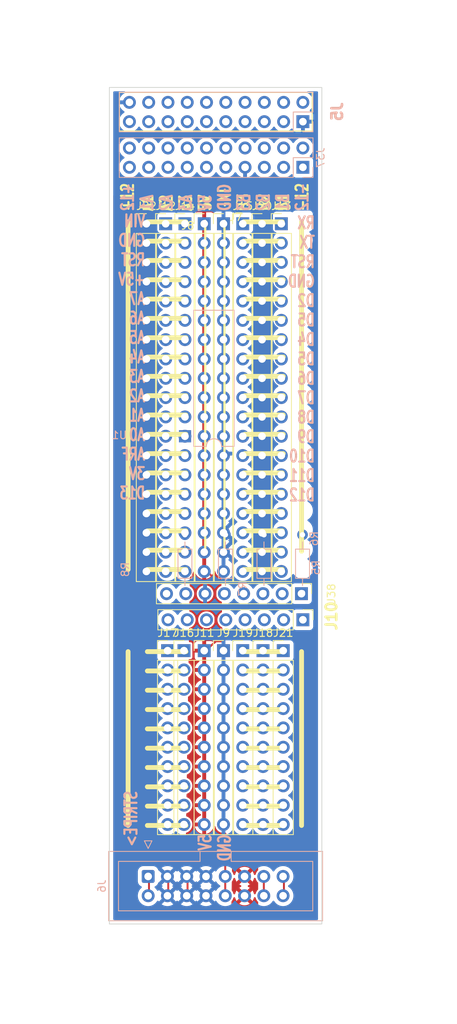
<source format=kicad_pcb>
(kicad_pcb (version 20211014) (generator pcbnew)
  (title_block (title "SYNTH-MIXER6-01") (date "2022-09-30") (rev "1") (company "LAND BOARDS, LLC"))
  (layers (0 "F.Cu" signal) (31 "B.Cu" signal) (34 "B.Paste" user) (35 "F.Paste" user) (36 "B.SilkS" user "B.Silkscreen") (37 "F.SilkS" user "F.Silkscreen") (38 "B.Mask" user) (39 "F.Mask" user) (44 "Edge.Cuts" user))
  (net 0 "")
  (net 5 "/POT4-2")
  (net 7 "/POT2-1")
  (net 8 "/POT2-2")
  (net 9 "/POT2-3")
  (net 10 "/POT1-1")
  (net 11 "/POT1-3")
  (net 12 "/J1-S_X")
  (net 14 "/POT3-2")
  (net 16 "+12V")
  (net 17 "+5V")
  (net 18 "/CV")
  (net 19 "/GATE")
  (net 20 "-12V")
  (net 21 "/POT4W")
  (net 22 "/POT1-2")
  (net 23 "/POT2W")
  (net 24 "Net-(J37-Pad10)")
  (net 26 "/J4-T")
  (net 27 "/J2-T")
  (net 28 "/J3-T")
  (net 29 "GND")
  (net 31 "/J1-T")
  (net 32 "/POT3W")
  (net 33 "/POT1W")
  (net 201 "/J4-T_X")
  (net 202 "/J2-T_X")
  (net 203 "/J3-T_X")
  (net 204 "/J1-T_X")
  (net 206 "/L5V")
  (net 212 "Net-(R5-Pad1)")
  (net 213 "Net-(R6-Pad1)")
  (net 214 "Net-(R7-Pad1)")
  (net 215 "Net-(R8-Pad1)")
  (footprint "Connector_PinHeader_2.54mm:PinHeader_1x19_P2.54mm_Vertical" (layer "F.Cu") (at 118.618 26.924)
    (fp_text reference "J20" (at 0 -2.33) (layer "F.SilkS"))
    (fp_text value "Conn_01x19")
    (pad "1" thru_hole rect (at 0 0) (size 1.7 1.7) (drill 1) (layers *.Cu *.Mask))
    (pad "2" thru_hole oval (at 0 2.54) (size 1.7 1.7) (drill 1) (layers *.Cu *.Mask))
    (pad "3" thru_hole oval (at 0 5.08) (size 1.7 1.7) (drill 1) (layers *.Cu *.Mask))
    (pad "4" thru_hole oval (at 0 7.62) (size 1.7 1.7) (drill 1) (layers *.Cu *.Mask))
    (pad "5" thru_hole oval (at 0 10.16) (size 1.7 1.7) (drill 1) (layers *.Cu *.Mask))
    (pad "6" thru_hole oval (at 0 12.7) (size 1.7 1.7) (drill 1) (layers *.Cu *.Mask))
    (pad "7" thru_hole oval (at 0 15.24) (size 1.7 1.7) (drill 1) (layers *.Cu *.Mask))
    (pad "8" thru_hole oval (at 0 17.78) (size 1.7 1.7) (drill 1) (layers *.Cu *.Mask))
    (pad "9" thru_hole oval (at 0 20.32) (size 1.7 1.7) (drill 1) (layers *.Cu *.Mask))
    (pad "10" thru_hole oval (at 0 22.86) (size 1.7 1.7) (drill 1) (layers *.Cu *.Mask))
    (pad "11" thru_hole oval (at 0 25.4) (size 1.7 1.7) (drill 1) (layers *.Cu *.Mask))
    (pad "12" thru_hole oval (at 0 27.94) (size 1.7 1.7) (drill 1) (layers *.Cu *.Mask))
    (pad "13" thru_hole oval (at 0 30.48) (size 1.7 1.7) (drill 1) (layers *.Cu *.Mask))
    (pad "14" thru_hole oval (at 0 33.02) (size 1.7 1.7) (drill 1) (layers *.Cu *.Mask))
    (pad "15" thru_hole oval (at 0 35.56) (size 1.7 1.7) (drill 1) (layers *.Cu *.Mask))
    (pad "16" thru_hole oval (at 0 38.1) (size 1.7 1.7) (drill 1) (layers *.Cu *.Mask))
    (pad "17" thru_hole oval (at 0 40.64) (size 1.7 1.7) (drill 1) (layers *.Cu *.Mask))
    (pad "18" thru_hole oval (at 0 43.18) (size 1.7 1.7) (drill 1) (layers *.Cu *.Mask))
    (pad "19" thru_hole oval (at 0 45.72) (size 1.7 1.7) (drill 1) (layers *.Cu *.Mask))
  )
  (footprint "Connector_PinHeader_2.54mm:PinHeader_1x10_P2.54mm_Vertical" (layer "F.Cu") (at 116.078 83.058)
    (fp_text reference "J19" (at 0 -2.33) (layer "F.SilkS"))
    (fp_text value "Conn_01x10")
    (pad "1" thru_hole rect (at 0 0) (size 1.7 1.7) (drill 1) (layers *.Cu *.Mask))
    (pad "2" thru_hole oval (at 0 2.54) (size 1.7 1.7) (drill 1) (layers *.Cu *.Mask))
    (pad "3" thru_hole oval (at 0 5.08) (size 1.7 1.7) (drill 1) (layers *.Cu *.Mask))
    (pad "4" thru_hole oval (at 0 7.62) (size 1.7 1.7) (drill 1) (layers *.Cu *.Mask))
    (pad "5" thru_hole oval (at 0 10.16) (size 1.7 1.7) (drill 1) (layers *.Cu *.Mask))
    (pad "6" thru_hole oval (at 0 12.7) (size 1.7 1.7) (drill 1) (layers *.Cu *.Mask))
    (pad "7" thru_hole oval (at 0 15.24) (size 1.7 1.7) (drill 1) (layers *.Cu *.Mask))
    (pad "8" thru_hole oval (at 0 17.78) (size 1.7 1.7) (drill 1) (layers *.Cu *.Mask))
    (pad "9" thru_hole oval (at 0 20.32) (size 1.7 1.7) (drill 1) (layers *.Cu *.Mask))
    (pad "10" thru_hole oval (at 0 22.86) (size 1.7 1.7) (drill 1) (layers *.Cu *.Mask))
  )
  (footprint "Connector_PinHeader_2.54mm:PinHeader_1x10_P2.54mm_Vertical" (layer "F.Cu") (at 110.998 83.058)
    (fp_text reference "J11" (at 0 -2.33) (layer "F.SilkS"))
    (fp_text value "Conn_01x10")
    (pad "1" thru_hole rect (at 0 0) (size 1.7 1.7) (drill 1) (layers *.Cu *.Mask) (net 17 "+5V"))
    (pad "2" thru_hole oval (at 0 2.54) (size 1.7 1.7) (drill 1) (layers *.Cu *.Mask) (net 17 "+5V"))
    (pad "3" thru_hole oval (at 0 5.08) (size 1.7 1.7) (drill 1) (layers *.Cu *.Mask) (net 17 "+5V"))
    (pad "4" thru_hole oval (at 0 7.62) (size 1.7 1.7) (drill 1) (layers *.Cu *.Mask) (net 17 "+5V"))
    (pad "5" thru_hole oval (at 0 10.16) (size 1.7 1.7) (drill 1) (layers *.Cu *.Mask) (net 17 "+5V"))
    (pad "6" thru_hole oval (at 0 12.7) (size 1.7 1.7) (drill 1) (layers *.Cu *.Mask) (net 17 "+5V"))
    (pad "7" thru_hole oval (at 0 15.24) (size 1.7 1.7) (drill 1) (layers *.Cu *.Mask) (net 17 "+5V"))
    (pad "8" thru_hole oval (at 0 17.78) (size 1.7 1.7) (drill 1) (layers *.Cu *.Mask) (net 17 "+5V"))
    (pad "9" thru_hole oval (at 0 20.32) (size 1.7 1.7) (drill 1) (layers *.Cu *.Mask) (net 17 "+5V"))
    (pad "10" thru_hole oval (at 0 22.86) (size 1.7 1.7) (drill 1) (layers *.Cu *.Mask) (net 17 "+5V"))
  )
  (footprint "Connector_PinHeader_2.54mm:PinHeader_1x10_P2.54mm_Vertical" (layer "F.Cu") (at 108.331 83.058)
    (fp_text reference "J16" (at 0 -2.33) (layer "F.SilkS"))
    (fp_text value "Conn_01x10")
    (pad "1" thru_hole rect (at 0 0) (size 1.7 1.7) (drill 1) (layers *.Cu *.Mask))
    (pad "2" thru_hole oval (at 0 2.54) (size 1.7 1.7) (drill 1) (layers *.Cu *.Mask))
    (pad "3" thru_hole oval (at 0 5.08) (size 1.7 1.7) (drill 1) (layers *.Cu *.Mask))
    (pad "4" thru_hole oval (at 0 7.62) (size 1.7 1.7) (drill 1) (layers *.Cu *.Mask))
    (pad "5" thru_hole oval (at 0 10.16) (size 1.7 1.7) (drill 1) (layers *.Cu *.Mask))
    (pad "6" thru_hole oval (at 0 12.7) (size 1.7 1.7) (drill 1) (layers *.Cu *.Mask))
    (pad "7" thru_hole oval (at 0 15.24) (size 1.7 1.7) (drill 1) (layers *.Cu *.Mask))
    (pad "8" thru_hole oval (at 0 17.78) (size 1.7 1.7) (drill 1) (layers *.Cu *.Mask))
    (pad "9" thru_hole oval (at 0 20.32) (size 1.7 1.7) (drill 1) (layers *.Cu *.Mask))
    (pad "10" thru_hole oval (at 0 22.86) (size 1.7 1.7) (drill 1) (layers *.Cu *.Mask))
  )
  (footprint "Connector_PinHeader_2.54mm:PinHeader_1x19_P2.54mm_Vertical" (layer "F.Cu") (at 105.918 26.924)
    (fp_text reference "J12" (at 0 -2.33) (layer "F.SilkS"))
    (fp_text value "Conn_01x19")
    (pad "1" thru_hole rect (at 0 0) (size 1.7 1.7) (drill 1) (layers *.Cu *.Mask))
    (pad "2" thru_hole oval (at 0 2.54) (size 1.7 1.7) (drill 1) (layers *.Cu *.Mask))
    (pad "3" thru_hole oval (at 0 5.08) (size 1.7 1.7) (drill 1) (layers *.Cu *.Mask))
    (pad "4" thru_hole oval (at 0 7.62) (size 1.7 1.7) (drill 1) (layers *.Cu *.Mask))
    (pad "5" thru_hole oval (at 0 10.16) (size 1.7 1.7) (drill 1) (layers *.Cu *.Mask))
    (pad "6" thru_hole oval (at 0 12.7) (size 1.7 1.7) (drill 1) (layers *.Cu *.Mask))
    (pad "7" thru_hole oval (at 0 15.24) (size 1.7 1.7) (drill 1) (layers *.Cu *.Mask))
    (pad "8" thru_hole oval (at 0 17.78) (size 1.7 1.7) (drill 1) (layers *.Cu *.Mask))
    (pad "9" thru_hole oval (at 0 20.32) (size 1.7 1.7) (drill 1) (layers *.Cu *.Mask))
    (pad "10" thru_hole oval (at 0 22.86) (size 1.7 1.7) (drill 1) (layers *.Cu *.Mask))
    (pad "11" thru_hole oval (at 0 25.4) (size 1.7 1.7) (drill 1) (layers *.Cu *.Mask))
    (pad "12" thru_hole oval (at 0 27.94) (size 1.7 1.7) (drill 1) (layers *.Cu *.Mask))
    (pad "13" thru_hole oval (at 0 30.48) (size 1.7 1.7) (drill 1) (layers *.Cu *.Mask))
    (pad "14" thru_hole oval (at 0 33.02) (size 1.7 1.7) (drill 1) (layers *.Cu *.Mask))
    (pad "15" thru_hole oval (at 0 35.56) (size 1.7 1.7) (drill 1) (layers *.Cu *.Mask))
    (pad "16" thru_hole oval (at 0 38.1) (size 1.7 1.7) (drill 1) (layers *.Cu *.Mask))
    (pad "17" thru_hole oval (at 0 40.64) (size 1.7 1.7) (drill 1) (layers *.Cu *.Mask))
    (pad "18" thru_hole oval (at 0 43.18) (size 1.7 1.7) (drill 1) (layers *.Cu *.Mask))
    (pad "19" thru_hole oval (at 0 45.72) (size 1.7 1.7) (drill 1) (layers *.Cu *.Mask))
  )
  (footprint "Connector_PinHeader_2.54mm:PinHeader_1x19_P2.54mm_Vertical" (layer "F.Cu") (at 121.158 26.924)
    (fp_text reference "J13" (at 0 -2.33) (layer "F.SilkS"))
    (fp_text value "Conn_01x19")
    (pad "1" thru_hole rect (at 0 0) (size 1.7 1.7) (drill 1) (layers *.Cu *.Mask))
    (pad "2" thru_hole oval (at 0 2.54) (size 1.7 1.7) (drill 1) (layers *.Cu *.Mask))
    (pad "3" thru_hole oval (at 0 5.08) (size 1.7 1.7) (drill 1) (layers *.Cu *.Mask))
    (pad "4" thru_hole oval (at 0 7.62) (size 1.7 1.7) (drill 1) (layers *.Cu *.Mask))
    (pad "5" thru_hole oval (at 0 10.16) (size 1.7 1.7) (drill 1) (layers *.Cu *.Mask))
    (pad "6" thru_hole oval (at 0 12.7) (size 1.7 1.7) (drill 1) (layers *.Cu *.Mask))
    (pad "7" thru_hole oval (at 0 15.24) (size 1.7 1.7) (drill 1) (layers *.Cu *.Mask))
    (pad "8" thru_hole oval (at 0 17.78) (size 1.7 1.7) (drill 1) (layers *.Cu *.Mask))
    (pad "9" thru_hole oval (at 0 20.32) (size 1.7 1.7) (drill 1) (layers *.Cu *.Mask))
    (pad "10" thru_hole oval (at 0 22.86) (size 1.7 1.7) (drill 1) (layers *.Cu *.Mask))
    (pad "11" thru_hole oval (at 0 25.4) (size 1.7 1.7) (drill 1) (layers *.Cu *.Mask))
    (pad "12" thru_hole oval (at 0 27.94) (size 1.7 1.7) (drill 1) (layers *.Cu *.Mask))
    (pad "13" thru_hole oval (at 0 30.48) (size 1.7 1.7) (drill 1) (layers *.Cu *.Mask))
    (pad "14" thru_hole oval (at 0 33.02) (size 1.7 1.7) (drill 1) (layers *.Cu *.Mask))
    (pad "15" thru_hole oval (at 0 35.56) (size 1.7 1.7) (drill 1) (layers *.Cu *.Mask))
    (pad "16" thru_hole oval (at 0 38.1) (size 1.7 1.7) (drill 1) (layers *.Cu *.Mask))
    (pad "17" thru_hole oval (at 0 40.64) (size 1.7 1.7) (drill 1) (layers *.Cu *.Mask))
    (pad "18" thru_hole oval (at 0 43.18) (size 1.7 1.7) (drill 1) (layers *.Cu *.Mask))
    (pad "19" thru_hole oval (at 0 45.72) (size 1.7 1.7) (drill 1) (layers *.Cu *.Mask))
  )
  (footprint "Connector_PinHeader_2.54mm:PinHeader_1x19_P2.54mm_Vertical" (layer "F.Cu") (at 110.998 26.924)
    (fp_text reference "J8" (at -2.159 0.254) (layer "F.SilkS"))
    (fp_text value "Conn_01x19")
    (pad "1" thru_hole rect (at 0 0) (size 1.7 1.7) (drill 1) (layers *.Cu *.Mask) (net 17 "+5V"))
    (pad "2" thru_hole oval (at 0 2.54) (size 1.7 1.7) (drill 1) (layers *.Cu *.Mask) (net 17 "+5V"))
    (pad "3" thru_hole oval (at 0 5.08) (size 1.7 1.7) (drill 1) (layers *.Cu *.Mask) (net 17 "+5V"))
    (pad "4" thru_hole oval (at 0 7.62) (size 1.7 1.7) (drill 1) (layers *.Cu *.Mask) (net 17 "+5V"))
    (pad "5" thru_hole oval (at 0 10.16) (size 1.7 1.7) (drill 1) (layers *.Cu *.Mask) (net 17 "+5V"))
    (pad "6" thru_hole oval (at 0 12.7) (size 1.7 1.7) (drill 1) (layers *.Cu *.Mask) (net 17 "+5V"))
    (pad "7" thru_hole oval (at 0 15.24) (size 1.7 1.7) (drill 1) (layers *.Cu *.Mask) (net 17 "+5V"))
    (pad "8" thru_hole oval (at 0 17.78) (size 1.7 1.7) (drill 1) (layers *.Cu *.Mask) (net 17 "+5V"))
    (pad "9" thru_hole oval (at 0 20.32) (size 1.7 1.7) (drill 1) (layers *.Cu *.Mask) (net 17 "+5V"))
    (pad "10" thru_hole oval (at 0 22.86) (size 1.7 1.7) (drill 1) (layers *.Cu *.Mask) (net 17 "+5V"))
    (pad "11" thru_hole oval (at 0 25.4) (size 1.7 1.7) (drill 1) (layers *.Cu *.Mask) (net 17 "+5V"))
    (pad "12" thru_hole oval (at 0 27.94) (size 1.7 1.7) (drill 1) (layers *.Cu *.Mask) (net 17 "+5V"))
    (pad "13" thru_hole oval (at 0 30.48) (size 1.7 1.7) (drill 1) (layers *.Cu *.Mask) (net 17 "+5V"))
    (pad "14" thru_hole oval (at 0 33.02) (size 1.7 1.7) (drill 1) (layers *.Cu *.Mask) (net 17 "+5V"))
    (pad "15" thru_hole oval (at 0 35.56) (size 1.7 1.7) (drill 1) (layers *.Cu *.Mask) (net 17 "+5V"))
    (pad "16" thru_hole oval (at 0 38.1) (size 1.7 1.7) (drill 1) (layers *.Cu *.Mask) (net 17 "+5V"))
    (pad "17" thru_hole oval (at 0 40.64) (size 1.7 1.7) (drill 1) (layers *.Cu *.Mask) (net 17 "+5V"))
    (pad "18" thru_hole oval (at 0 43.18) (size 1.7 1.7) (drill 1) (layers *.Cu *.Mask) (net 17 "+5V"))
    (pad "19" thru_hole oval (at 0 45.72) (size 1.7 1.7) (drill 1) (layers *.Cu *.Mask) (net 17 "+5V"))
  )
  (footprint "Connector_PinHeader_2.54mm:PinHeader_1x19_P2.54mm_Vertical" (layer "F.Cu") (at 108.458 26.924)
    (fp_text reference "J14" (at 0 -2.33) (layer "F.SilkS"))
    (fp_text value "Conn_01x19")
    (pad "1" thru_hole rect (at 0 0) (size 1.7 1.7) (drill 1) (layers *.Cu *.Mask))
    (pad "2" thru_hole oval (at 0 2.54) (size 1.7 1.7) (drill 1) (layers *.Cu *.Mask))
    (pad "3" thru_hole oval (at 0 5.08) (size 1.7 1.7) (drill 1) (layers *.Cu *.Mask))
    (pad "4" thru_hole oval (at 0 7.62) (size 1.7 1.7) (drill 1) (layers *.Cu *.Mask))
    (pad "5" thru_hole oval (at 0 10.16) (size 1.7 1.7) (drill 1) (layers *.Cu *.Mask))
    (pad "6" thru_hole oval (at 0 12.7) (size 1.7 1.7) (drill 1) (layers *.Cu *.Mask))
    (pad "7" thru_hole oval (at 0 15.24) (size 1.7 1.7) (drill 1) (layers *.Cu *.Mask))
    (pad "8" thru_hole oval (at 0 17.78) (size 1.7 1.7) (drill 1) (layers *.Cu *.Mask))
    (pad "9" thru_hole oval (at 0 20.32) (size 1.7 1.7) (drill 1) (layers *.Cu *.Mask))
    (pad "10" thru_hole oval (at 0 22.86) (size 1.7 1.7) (drill 1) (layers *.Cu *.Mask))
    (pad "11" thru_hole oval (at 0 25.4) (size 1.7 1.7) (drill 1) (layers *.Cu *.Mask))
    (pad "12" thru_hole oval (at 0 27.94) (size 1.7 1.7) (drill 1) (layers *.Cu *.Mask))
    (pad "13" thru_hole oval (at 0 30.48) (size 1.7 1.7) (drill 1) (layers *.Cu *.Mask))
    (pad "14" thru_hole oval (at 0 33.02) (size 1.7 1.7) (drill 1) (layers *.Cu *.Mask))
    (pad "15" thru_hole oval (at 0 35.56) (size 1.7 1.7) (drill 1) (layers *.Cu *.Mask))
    (pad "16" thru_hole oval (at 0 38.1) (size 1.7 1.7) (drill 1) (layers *.Cu *.Mask))
    (pad "17" thru_hole oval (at 0 40.64) (size 1.7 1.7) (drill 1) (layers *.Cu *.Mask))
    (pad "18" thru_hole oval (at 0 43.18) (size 1.7 1.7) (drill 1) (layers *.Cu *.Mask))
    (pad "19" thru_hole oval (at 0 45.72) (size 1.7 1.7) (drill 1) (layers *.Cu *.Mask))
  )
  (footprint "Connector_PinHeader_2.54mm:PinHeader_1x08_P2.54mm_Vertical" (layer "F.Cu") (at 123.81 75.565 -90)
    (fp_text reference "J38" (at 0 -3.952 90) (layer "F.SilkS"))
    (fp_text value "PROTO01_JACKS")
    (pad "1" thru_hole rect (at 0 0 270) (size 1.7 1.7) (drill 1) (layers *.Cu *.Mask) (net 31 "/J1-T"))
    (pad "2" thru_hole oval (at 0 2.54 270) (size 1.7 1.7) (drill 1) (layers *.Cu *.Mask))
    (pad "3" thru_hole oval (at 0 5.08 270) (size 1.7 1.7) (drill 1) (layers *.Cu *.Mask) (net 28 "/J3-T"))
    (pad "4" thru_hole oval (at 0 7.62 270) (size 1.7 1.7) (drill 1) (layers *.Cu *.Mask))
    (pad "5" thru_hole oval (at 0 10.16 270) (size 1.7 1.7) (drill 1) (layers *.Cu *.Mask) (net 27 "/J2-T"))
    (pad "6" thru_hole oval (at 0 12.7 270) (size 1.7 1.7) (drill 1) (layers *.Cu *.Mask) (net 29 "GND"))
    (pad "7" thru_hole oval (at 0 15.24 270) (size 1.7 1.7) (drill 1) (layers *.Cu *.Mask) (net 26 "/J4-T"))
    (pad "8" thru_hole oval (at 0 17.78 270) (size 1.7 1.7) (drill 1) (layers *.Cu *.Mask))
  )
  (footprint "Connector_PinHeader_2.54mm:PinHeader_1x19_P2.54mm_Vertical" (layer "F.Cu") (at 113.538 26.924)
    (fp_text reference "J7" (at 1.651 -0.889) (layer "F.SilkS"))
    (fp_text value "Conn_01x19")
    (pad "1" thru_hole rect (at 0 0) (size 1.7 1.7) (drill 1) (layers *.Cu *.Mask) (net 29 "GND"))
    (pad "2" thru_hole oval (at 0 2.54) (size 1.7 1.7) (drill 1) (layers *.Cu *.Mask) (net 29 "GND"))
    (pad "3" thru_hole oval (at 0 5.08) (size 1.7 1.7) (drill 1) (layers *.Cu *.Mask) (net 29 "GND"))
    (pad "4" thru_hole oval (at 0 7.62) (size 1.7 1.7) (drill 1) (layers *.Cu *.Mask) (net 29 "GND"))
    (pad "5" thru_hole oval (at 0 10.16) (size 1.7 1.7) (drill 1) (layers *.Cu *.Mask) (net 29 "GND"))
    (pad "6" thru_hole oval (at 0 12.7) (size 1.7 1.7) (drill 1) (layers *.Cu *.Mask) (net 29 "GND"))
    (pad "7" thru_hole oval (at 0 15.24) (size 1.7 1.7) (drill 1) (layers *.Cu *.Mask) (net 29 "GND"))
    (pad "8" thru_hole oval (at 0 17.78) (size 1.7 1.7) (drill 1) (layers *.Cu *.Mask) (net 29 "GND"))
    (pad "9" thru_hole oval (at 0 20.32) (size 1.7 1.7) (drill 1) (layers *.Cu *.Mask) (net 29 "GND"))
    (pad "10" thru_hole oval (at 0 22.86) (size 1.7 1.7) (drill 1) (layers *.Cu *.Mask) (net 29 "GND"))
    (pad "11" thru_hole oval (at 0 25.4) (size 1.7 1.7) (drill 1) (layers *.Cu *.Mask) (net 29 "GND"))
    (pad "12" thru_hole oval (at 0 27.94) (size 1.7 1.7) (drill 1) (layers *.Cu *.Mask) (net 29 "GND"))
    (pad "13" thru_hole oval (at 0 30.48) (size 1.7 1.7) (drill 1) (layers *.Cu *.Mask) (net 29 "GND"))
    (pad "14" thru_hole oval (at 0 33.02) (size 1.7 1.7) (drill 1) (layers *.Cu *.Mask) (net 29 "GND"))
    (pad "15" thru_hole oval (at 0 35.56) (size 1.7 1.7) (drill 1) (layers *.Cu *.Mask) (net 29 "GND"))
    (pad "16" thru_hole oval (at 0 38.1) (size 1.7 1.7) (drill 1) (layers *.Cu *.Mask) (net 29 "GND"))
    (pad "17" thru_hole oval (at 0 40.64) (size 1.7 1.7) (drill 1) (layers *.Cu *.Mask) (net 29 "GND"))
    (pad "18" thru_hole oval (at 0 43.18) (size 1.7 1.7) (drill 1) (layers *.Cu *.Mask) (net 29 "GND"))
    (pad "19" thru_hole oval (at 0 45.72) (size 1.7 1.7) (drill 1) (layers *.Cu *.Mask) (net 29 "GND"))
  )
  (footprint "Connector_PinHeader_2.54mm:PinHeader_1x10_P2.54mm_Vertical" (layer "F.Cu") (at 121.412 83.058)
    (fp_text reference "J21" (at 0 -2.33) (layer "F.SilkS"))
    (fp_text value "Conn_01x10")
    (pad "1" thru_hole rect (at 0 0) (size 1.7 1.7) (drill 1) (layers *.Cu *.Mask))
    (pad "2" thru_hole oval (at 0 2.54) (size 1.7 1.7) (drill 1) (layers *.Cu *.Mask))
    (pad "3" thru_hole oval (at 0 5.08) (size 1.7 1.7) (drill 1) (layers *.Cu *.Mask))
    (pad "4" thru_hole oval (at 0 7.62) (size 1.7 1.7) (drill 1) (layers *.Cu *.Mask))
    (pad "5" thru_hole oval (at 0 10.16) (size 1.7 1.7) (drill 1) (layers *.Cu *.Mask))
    (pad "6" thru_hole oval (at 0 12.7) (size 1.7 1.7) (drill 1) (layers *.Cu *.Mask))
    (pad "7" thru_hole oval (at 0 15.24) (size 1.7 1.7) (drill 1) (layers *.Cu *.Mask))
    (pad "8" thru_hole oval (at 0 17.78) (size 1.7 1.7) (drill 1) (layers *.Cu *.Mask))
    (pad "9" thru_hole oval (at 0 20.32) (size 1.7 1.7) (drill 1) (layers *.Cu *.Mask))
    (pad "10" thru_hole oval (at 0 22.86) (size 1.7 1.7) (drill 1) (layers *.Cu *.Mask))
  )
  (footprint "Connector_PinHeader_2.54mm:PinHeader_1x08_P2.54mm_Vertical" (layer "F.Cu") (at 124 79 -90)
    (fp_text reference "J10" (at -0.514 -3.762 90) (layer "F.SilkS") (effects (font (size 1.397 1.397) (thickness 0.4572))))
    (fp_text value "Conn_01x08")
    (pad "1" thru_hole rect (at 0 0 270) (size 1.7 1.7) (drill 1) (layers *.Cu *.Mask) (net 12 "/J1-S_X"))
    (pad "2" thru_hole oval (at 0 2.54 270) (size 1.7 1.7) (drill 1) (layers *.Cu *.Mask) (net 201 "/J4-T_X"))
    (pad "3" thru_hole oval (at 0 5.08 270) (size 1.7 1.7) (drill 1) (layers *.Cu *.Mask) (net 12 "/J1-S_X"))
    (pad "4" thru_hole oval (at 0 7.62 270) (size 1.7 1.7) (drill 1) (layers *.Cu *.Mask) (net 202 "/J2-T_X"))
    (pad "5" thru_hole oval (at 0 10.16 270) (size 1.7 1.7) (drill 1) (layers *.Cu *.Mask) (net 12 "/J1-S_X"))
    (pad "6" thru_hole oval (at 0 12.7 270) (size 1.7 1.7) (drill 1) (layers *.Cu *.Mask) (net 203 "/J3-T_X"))
    (pad "7" thru_hole oval (at 0 15.24 270) (size 1.7 1.7) (drill 1) (layers *.Cu *.Mask) (net 12 "/J1-S_X"))
    (pad "8" thru_hole oval (at 0 17.78 270) (size 1.7 1.7) (drill 1) (layers *.Cu *.Mask) (net 204 "/J1-T_X"))
  )
  (footprint "Connector_PinHeader_2.54mm:PinHeader_1x10_P2.54mm_Vertical" (layer "F.Cu") (at 113.538 83.058)
    (fp_text reference "J9" (at 0 -2.33) (layer "F.SilkS"))
    (fp_text value "Conn_01x10")
    (pad "1" thru_hole rect (at 0 0) (size 1.7 1.7) (drill 1) (layers *.Cu *.Mask) (net 29 "GND"))
    (pad "2" thru_hole oval (at 0 2.54) (size 1.7 1.7) (drill 1) (layers *.Cu *.Mask) (net 29 "GND"))
    (pad "3" thru_hole oval (at 0 5.08) (size 1.7 1.7) (drill 1) (layers *.Cu *.Mask) (net 29 "GND"))
    (pad "4" thru_hole oval (at 0 7.62) (size 1.7 1.7) (drill 1) (layers *.Cu *.Mask) (net 29 "GND"))
    (pad "5" thru_hole oval (at 0 10.16) (size 1.7 1.7) (drill 1) (layers *.Cu *.Mask) (net 29 "GND"))
    (pad "6" thru_hole oval (at 0 12.7) (size 1.7 1.7) (drill 1) (layers *.Cu *.Mask) (net 29 "GND"))
    (pad "7" thru_hole oval (at 0 15.24) (size 1.7 1.7) (drill 1) (layers *.Cu *.Mask) (net 29 "GND"))
    (pad "8" thru_hole oval (at 0 17.78) (size 1.7 1.7) (drill 1) (layers *.Cu *.Mask) (net 29 "GND"))
    (pad "9" thru_hole oval (at 0 20.32) (size 1.7 1.7) (drill 1) (layers *.Cu *.Mask) (net 29 "GND"))
    (pad "10" thru_hole oval (at 0 22.86) (size 1.7 1.7) (drill 1) (layers *.Cu *.Mask) (net 29 "GND"))
  )
  (footprint "Connector_PinHeader_2.54mm:PinHeader_1x19_P2.54mm_Vertical" (layer "F.Cu") (at 116.078 26.924)
    (fp_text reference "J15" (at 0 -2.33) (layer "F.SilkS"))
    (fp_text value "Conn_01x19")
    (pad "1" thru_hole rect (at 0 0) (size 1.7 1.7) (drill 1) (layers *.Cu *.Mask))
    (pad "2" thru_hole oval (at 0 2.54) (size 1.7 1.7) (drill 1) (layers *.Cu *.Mask))
    (pad "3" thru_hole oval (at 0 5.08) (size 1.7 1.7) (drill 1) (layers *.Cu *.Mask))
    (pad "4" thru_hole oval (at 0 7.62) (size 1.7 1.7) (drill 1) (layers *.Cu *.Mask))
    (pad "5" thru_hole oval (at 0 10.16) (size 1.7 1.7) (drill 1) (layers *.Cu *.Mask))
    (pad "6" thru_hole oval (at 0 12.7) (size 1.7 1.7) (drill 1) (layers *.Cu *.Mask))
    (pad "7" thru_hole oval (at 0 15.24) (size 1.7 1.7) (drill 1) (layers *.Cu *.Mask))
    (pad "8" thru_hole oval (at 0 17.78) (size 1.7 1.7) (drill 1) (layers *.Cu *.Mask))
    (pad "9" thru_hole oval (at 0 20.32) (size 1.7 1.7) (drill 1) (layers *.Cu *.Mask))
    (pad "10" thru_hole oval (at 0 22.86) (size 1.7 1.7) (drill 1) (layers *.Cu *.Mask))
    (pad "11" thru_hole oval (at 0 25.4) (size 1.7 1.7) (drill 1) (layers *.Cu *.Mask))
    (pad "12" thru_hole oval (at 0 27.94) (size 1.7 1.7) (drill 1) (layers *.Cu *.Mask))
    (pad "13" thru_hole oval (at 0 30.48) (size 1.7 1.7) (drill 1) (layers *.Cu *.Mask))
    (pad "14" thru_hole oval (at 0 33.02) (size 1.7 1.7) (drill 1) (layers *.Cu *.Mask))
    (pad "15" thru_hole oval (at 0 35.56) (size 1.7 1.7) (drill 1) (layers *.Cu *.Mask))
    (pad "16" thru_hole oval (at 0 38.1) (size 1.7 1.7) (drill 1) (layers *.Cu *.Mask))
    (pad "17" thru_hole oval (at 0 40.64) (size 1.7 1.7) (drill 1) (layers *.Cu *.Mask))
    (pad "18" thru_hole oval (at 0 43.18) (size 1.7 1.7) (drill 1) (layers *.Cu *.Mask))
    (pad "19" thru_hole oval (at 0 45.72) (size 1.7 1.7) (drill 1) (layers *.Cu *.Mask))
  )
  (footprint "Connector_PinHeader_2.54mm:PinHeader_1x10_P2.54mm_Vertical" (layer "F.Cu") (at 118.745 83.058)
    (fp_text reference "J18" (at 0 -2.33) (layer "F.SilkS"))
    (fp_text value "Conn_01x10")
    (pad "1" thru_hole rect (at 0 0) (size 1.7 1.7) (drill 1) (layers *.Cu *.Mask))
    (pad "2" thru_hole oval (at 0 2.54) (size 1.7 1.7) (drill 1) (layers *.Cu *.Mask))
    (pad "3" thru_hole oval (at 0 5.08) (size 1.7 1.7) (drill 1) (layers *.Cu *.Mask))
    (pad "4" thru_hole oval (at 0 7.62) (size 1.7 1.7) (drill 1) (layers *.Cu *.Mask))
    (pad "5" thru_hole oval (at 0 10.16) (size 1.7 1.7) (drill 1) (layers *.Cu *.Mask))
    (pad "6" thru_hole oval (at 0 12.7) (size 1.7 1.7) (drill 1) (layers *.Cu *.Mask))
    (pad "7" thru_hole oval (at 0 15.24) (size 1.7 1.7) (drill 1) (layers *.Cu *.Mask))
    (pad "8" thru_hole oval (at 0 17.78) (size 1.7 1.7) (drill 1) (layers *.Cu *.Mask))
    (pad "9" thru_hole oval (at 0 20.32) (size 1.7 1.7) (drill 1) (layers *.Cu *.Mask))
    (pad "10" thru_hole oval (at 0 22.86) (size 1.7 1.7) (drill 1) (layers *.Cu *.Mask))
  )
  (footprint "Connector_PinHeader_2.54mm:PinHeader_1x10_P2.54mm_Vertical" (layer "F.Cu") (at 106.172 83.058)
    (fp_text reference "J17" (at 0 -2.33) (layer "F.SilkS"))
    (fp_text value "Conn_01x10")
    (pad "1" thru_hole rect (at 0 0) (size 1.7 1.7) (drill 1) (layers *.Cu *.Mask))
    (pad "2" thru_hole oval (at 0 2.54) (size 1.7 1.7) (drill 1) (layers *.Cu *.Mask))
    (pad "3" thru_hole oval (at 0 5.08) (size 1.7 1.7) (drill 1) (layers *.Cu *.Mask))
    (pad "4" thru_hole oval (at 0 7.62) (size 1.7 1.7) (drill 1) (layers *.Cu *.Mask))
    (pad "5" thru_hole oval (at 0 10.16) (size 1.7 1.7) (drill 1) (layers *.Cu *.Mask))
    (pad "6" thru_hole oval (at 0 12.7) (size 1.7 1.7) (drill 1) (layers *.Cu *.Mask))
    (pad "7" thru_hole oval (at 0 15.24) (size 1.7 1.7) (drill 1) (layers *.Cu *.Mask))
    (pad "8" thru_hole oval (at 0 17.78) (size 1.7 1.7) (drill 1) (layers *.Cu *.Mask))
    (pad "9" thru_hole oval (at 0 20.32) (size 1.7 1.7) (drill 1) (layers *.Cu *.Mask))
    (pad "10" thru_hole oval (at 0 22.86) (size 1.7 1.7) (drill 1) (layers *.Cu *.Mask))
  )
  (footprint "Connector_PinHeader_2.54mm:PinHeader_1x19_P2.54mm_Vertical" (layer "F.Cu") (at 103.378 26.924)
    (fp_text reference "J22" (at 0 -2.33) (layer "F.SilkS"))
    (fp_text value "Conn_01x19")
    (pad "1" thru_hole rect (at 0 0) (size 1.7 1.7) (drill 1) (layers *.Cu *.Mask))
    (pad "2" thru_hole oval (at 0 2.54) (size 1.7 1.7) (drill 1) (layers *.Cu *.Mask))
    (pad "3" thru_hole oval (at 0 5.08) (size 1.7 1.7) (drill 1) (layers *.Cu *.Mask))
    (pad "4" thru_hole oval (at 0 7.62) (size 1.7 1.7) (drill 1) (layers *.Cu *.Mask))
    (pad "5" thru_hole oval (at 0 10.16) (size 1.7 1.7) (drill 1) (layers *.Cu *.Mask))
    (pad "6" thru_hole oval (at 0 12.7) (size 1.7 1.7) (drill 1) (layers *.Cu *.Mask))
    (pad "7" thru_hole oval (at 0 15.24) (size 1.7 1.7) (drill 1) (layers *.Cu *.Mask))
    (pad "8" thru_hole oval (at 0 17.78) (size 1.7 1.7) (drill 1) (layers *.Cu *.Mask))
    (pad "9" thru_hole oval (at 0 20.32) (size 1.7 1.7) (drill 1) (layers *.Cu *.Mask))
    (pad "10" thru_hole oval (at 0 22.86) (size 1.7 1.7) (drill 1) (layers *.Cu *.Mask))
    (pad "11" thru_hole oval (at 0 25.4) (size 1.7 1.7) (drill 1) (layers *.Cu *.Mask))
    (pad "12" thru_hole oval (at 0 27.94) (size 1.7 1.7) (drill 1) (layers *.Cu *.Mask))
    (pad "13" thru_hole oval (at 0 30.48) (size 1.7 1.7) (drill 1) (layers *.Cu *.Mask))
    (pad "14" thru_hole oval (at 0 33.02) (size 1.7 1.7) (drill 1) (layers *.Cu *.Mask))
    (pad "15" thru_hole oval (at 0 35.56) (size 1.7 1.7) (drill 1) (layers *.Cu *.Mask))
    (pad "16" thru_hole oval (at 0 38.1) (size 1.7 1.7) (drill 1) (layers *.Cu *.Mask))
    (pad "17" thru_hole oval (at 0 40.64) (size 1.7 1.7) (drill 1) (layers *.Cu *.Mask))
    (pad "18" thru_hole oval (at 0 43.18) (size 1.7 1.7) (drill 1) (layers *.Cu *.Mask))
    (pad "19" thru_hole oval (at 0 45.72) (size 1.7 1.7) (drill 1) (layers *.Cu *.Mask))
  )
  (footprint "Resistor_THT:R_Axial_DIN0204_L3.6mm_D1.6mm_P7.62mm_Horizontal" (layer "B.Cu") (at 108.458 67.818 -90)
    (fp_text reference "R7" (at 7.112 -7.62 90) (layer "B.SilkS") (effects (justify mirror)))
    (fp_text value "1K")
    (pad "1" thru_hole circle (at 0 0 270) (size 1.4 1.4) (drill 0.7) (layers *.Cu *.Mask) (net 214 "Net-(R7-Pad1)"))
    (pad "2" thru_hole oval (at 7.62 0 270) (size 1.4 1.4) (drill 0.7) (layers *.Cu *.Mask) (net 26 "/J4-T"))
  )
  (footprint "Connector_PinHeader_2.54mm:PinHeader_2x10_P2.54mm_Vertical" (layer "B.Cu") (at 124 19.5 90)
    (fp_text reference "J37" (at 1.27 2.33 90) (layer "B.SilkS") (effects (justify mirror)))
    (fp_text value "PROTO01_POTS")
    (pad "1" thru_hole rect (at 0 0 90) (size 1.7 1.7) (drill 1) (layers *.Cu *.Mask))
    (pad "2" thru_hole oval (at 2.54 0 90) (size 1.7 1.7) (drill 1) (layers *.Cu *.Mask))
    (pad "3" thru_hole oval (at 0 -2.54 90) (size 1.7 1.7) (drill 1) (layers *.Cu *.Mask))
    (pad "4" thru_hole oval (at 2.54 -2.54 90) (size 1.7 1.7) (drill 1) (layers *.Cu *.Mask))
    (pad "5" thru_hole oval (at 0 -5.08 90) (size 1.7 1.7) (drill 1) (layers *.Cu *.Mask))
    (pad "6" thru_hole oval (at 2.54 -5.08 90) (size 1.7 1.7) (drill 1) (layers *.Cu *.Mask) (net 21 "/POT4W"))
    (pad "7" thru_hole oval (at 0 -7.62 90) (size 1.7 1.7) (drill 1) (layers *.Cu *.Mask) (net 29 "GND"))
    (pad "8" thru_hole oval (at 2.54 -7.62 90) (size 1.7 1.7) (drill 1) (layers *.Cu *.Mask) (net 206 "/L5V"))
    (pad "9" thru_hole oval (at 0 -10.16 90) (size 1.7 1.7) (drill 1) (layers *.Cu *.Mask) (net 23 "/POT2W"))
    (pad "10" thru_hole oval (at 2.54 -10.16 90) (size 1.7 1.7) (drill 1) (layers *.Cu *.Mask) (net 24 "Net-(J37-Pad10)"))
    (pad "11" thru_hole oval (at 0 -12.7 90) (size 1.7 1.7) (drill 1) (layers *.Cu *.Mask))
    (pad "12" thru_hole oval (at 2.54 -12.7 90) (size 1.7 1.7) (drill 1) (layers *.Cu *.Mask))
    (pad "13" thru_hole oval (at 0 -15.24 90) (size 1.7 1.7) (drill 1) (layers *.Cu *.Mask))
    (pad "14" thru_hole oval (at 2.54 -15.24 90) (size 1.7 1.7) (drill 1) (layers *.Cu *.Mask) (net 206 "/L5V"))
    (pad "15" thru_hole oval (at 0 -17.78 90) (size 1.7 1.7) (drill 1) (layers *.Cu *.Mask) (net 32 "/POT3W"))
    (pad "16" thru_hole oval (at 2.54 -17.78 90) (size 1.7 1.7) (drill 1) (layers *.Cu *.Mask) (net 24 "Net-(J37-Pad10)"))
    (pad "17" thru_hole oval (at 0 -20.32 90) (size 1.7 1.7) (drill 1) (layers *.Cu *.Mask))
    (pad "18" thru_hole oval (at 2.54 -20.32 90) (size 1.7 1.7) (drill 1) (layers *.Cu *.Mask) (net 33 "/POT1W"))
    (pad "19" thru_hole oval (at 0 -22.86 90) (size 1.7 1.7) (drill 1) (layers *.Cu *.Mask) (net 17 "+5V"))
    (pad "20" thru_hole oval (at 2.54 -22.86 90) (size 1.7 1.7) (drill 1) (layers *.Cu *.Mask))
  )
  (footprint "Resistor_THT:R_Axial_DIN0204_L3.6mm_D1.6mm_P7.62mm_Horizontal" (layer "B.Cu") (at 123.952 67.818 -90)
    (fp_text reference "R5" (at 4.318 -1.778 90) (layer "B.SilkS") (effects (justify mirror)))
    (fp_text value "1K")
    (pad "1" thru_hole circle (at 0 0 270) (size 1.4 1.4) (drill 0.7) (layers *.Cu *.Mask) (net 212 "Net-(R5-Pad1)"))
    (pad "2" thru_hole oval (at 7.62 0 270) (size 1.4 1.4) (drill 0.7) (layers *.Cu *.Mask) (net 31 "/J1-T"))
  )
  (footprint "Connector_PinHeader_2.54mm:PinHeader_2x10_P2.54mm_Vertical" (layer "B.Cu") (at 124.000006 13.500001 90)
    (fp_text reference "J5" (at 1.308001 4.523994 90) (layer "B.SilkS") (effects (font (size 1.397 1.397) (thickness 0.4572)) (justify mirror)))
    (fp_text value "HEADER, 2X10")
    (pad "1" thru_hole rect (at 0 0 90) (size 1.7 1.7) (drill 1) (layers *.Cu *.Mask) (net 29 "GND"))
    (pad "2" thru_hole oval (at 2.54 0 90) (size 1.7 1.7) (drill 1) (layers *.Cu *.Mask))
    (pad "3" thru_hole oval (at 0 -2.54 90) (size 1.7 1.7) (drill 1) (layers *.Cu *.Mask))
    (pad "4" thru_hole oval (at 2.54 -2.54 90) (size 1.7 1.7) (drill 1) (layers *.Cu *.Mask) (net 9 "/POT2-3"))
    (pad "5" thru_hole oval (at 0 -5.08 90) (size 1.7 1.7) (drill 1) (layers *.Cu *.Mask) (net 7 "/POT2-1"))
    (pad "6" thru_hole oval (at 2.54 -5.08 90) (size 1.7 1.7) (drill 1) (layers *.Cu *.Mask) (net 5 "/POT4-2"))
    (pad "7" thru_hole oval (at 0 -7.62 90) (size 1.7 1.7) (drill 1) (layers *.Cu *.Mask) (net 9 "/POT2-3"))
    (pad "8" thru_hole oval (at 2.54 -7.62 90) (size 1.7 1.7) (drill 1) (layers *.Cu *.Mask) (net 7 "/POT2-1"))
    (pad "9" thru_hole oval (at 0 -10.16 90) (size 1.7 1.7) (drill 1) (layers *.Cu *.Mask) (net 8 "/POT2-2"))
    (pad "10" thru_hole oval (at 2.54 -10.16 90) (size 1.7 1.7) (drill 1) (layers *.Cu *.Mask) (net 9 "/POT2-3"))
    (pad "11" thru_hole oval (at 0 -12.7 90) (size 1.7 1.7) (drill 1) (layers *.Cu *.Mask))
    (pad "12" thru_hole oval (at 2.54 -12.7 90) (size 1.7 1.7) (drill 1) (layers *.Cu *.Mask))
    (pad "13" thru_hole oval (at 0 -15.24 90) (size 1.7 1.7) (drill 1) (layers *.Cu *.Mask))
    (pad "14" thru_hole oval (at 2.54 -15.24 90) (size 1.7 1.7) (drill 1) (layers *.Cu *.Mask) (net 10 "/POT1-1"))
    (pad "15" thru_hole oval (at 0 -17.78 90) (size 1.7 1.7) (drill 1) (layers *.Cu *.Mask) (net 14 "/POT3-2"))
    (pad "16" thru_hole oval (at 2.54 -17.78 90) (size 1.7 1.7) (drill 1) (layers *.Cu *.Mask) (net 11 "/POT1-3"))
    (pad "17" thru_hole oval (at 0 -20.32 90) (size 1.7 1.7) (drill 1) (layers *.Cu *.Mask) (net 10 "/POT1-1"))
    (pad "18" thru_hole oval (at 2.54 -20.32 90) (size 1.7 1.7) (drill 1) (layers *.Cu *.Mask) (net 22 "/POT1-2"))
    (pad "19" thru_hole oval (at 0 -22.86 90) (size 1.7 1.7) (drill 1) (layers *.Cu *.Mask) (net 11 "/POT1-3"))
    (pad "20" thru_hole oval (at 2.54 -22.86 90) (size 1.7 1.7) (drill 1) (layers *.Cu *.Mask) (net 29 "GND"))
  )
  (footprint "Connector_IDC:IDC-Header_2x08_P2.54mm_Vertical" (layer "B.Cu") (at 103.61 112.7475 -90)
    (fp_text reference "J6" (at 1.27 6.1 90) (layer "B.SilkS") (effects (justify mirror)))
    (fp_text value "HEADER, 2X8")
    (pad "1" thru_hole roundrect (at 0 0 270) (size 1.7 1.7) (drill 1) (layers *.Cu *.Mask) (roundrect_rratio 0.1470588235) (net 20 "-12V"))
    (pad "2" thru_hole circle (at 2.54 0 270) (size 1.7 1.7) (drill 1) (layers *.Cu *.Mask) (net 20 "-12V"))
    (pad "3" thru_hole circle (at 0 -2.54 270) (size 1.7 1.7) (drill 1) (layers *.Cu *.Mask) (net 29 "GND"))
    (pad "4" thru_hole circle (at 2.54 -2.54 270) (size 1.7 1.7) (drill 1) (layers *.Cu *.Mask) (net 29 "GND"))
    (pad "5" thru_hole circle (at 0 -5.08 270) (size 1.7 1.7) (drill 1) (layers *.Cu *.Mask) (net 29 "GND"))
    (pad "6" thru_hole circle (at 2.54 -5.08 270) (size 1.7 1.7) (drill 1) (layers *.Cu *.Mask) (net 29 "GND"))
    (pad "7" thru_hole circle (at 0 -7.62 270) (size 1.7 1.7) (drill 1) (layers *.Cu *.Mask) (net 29 "GND"))
    (pad "8" thru_hole circle (at 2.54 -7.62 270) (size 1.7 1.7) (drill 1) (layers *.Cu *.Mask) (net 29 "GND"))
    (pad "9" thru_hole circle (at 0 -10.16 270) (size 1.7 1.7) (drill 1) (layers *.Cu *.Mask) (net 16 "+12V"))
    (pad "10" thru_hole circle (at 2.54 -10.16 270) (size 1.7 1.7) (drill 1) (layers *.Cu *.Mask) (net 16 "+12V"))
    (pad "11" thru_hole circle (at 0 -12.7 270) (size 1.7 1.7) (drill 1) (layers *.Cu *.Mask) (net 17 "+5V"))
    (pad "12" thru_hole circle (at 2.54 -12.7 270) (size 1.7 1.7) (drill 1) (layers *.Cu *.Mask) (net 17 "+5V"))
    (pad "13" thru_hole circle (at 0 -15.24 270) (size 1.7 1.7) (drill 1) (layers *.Cu *.Mask) (net 18 "/CV"))
    (pad "14" thru_hole circle (at 2.54 -15.24 270) (size 1.7 1.7) (drill 1) (layers *.Cu *.Mask) (net 18 "/CV"))
    (pad "15" thru_hole circle (at 0 -17.78 270) (size 1.7 1.7) (drill 1) (layers *.Cu *.Mask) (net 19 "/GATE"))
    (pad "16" thru_hole circle (at 2.54 -17.78 270) (size 1.7 1.7) (drill 1) (layers *.Cu *.Mask) (net 19 "/GATE"))
  )
  (footprint "Resistor_THT:R_Axial_DIN0204_L3.6mm_D1.6mm_P7.62mm_Horizontal" (layer "B.Cu") (at 113.792 67.818 -90)
    (fp_text reference "R8" (at 4.572 13.208 90) (layer "B.SilkS") (effects (justify mirror)))
    (fp_text value "1K")
    (pad "1" thru_hole circle (at 0 0 270) (size 1.4 1.4) (drill 0.7) (layers *.Cu *.Mask) (net 215 "Net-(R8-Pad1)"))
    (pad "2" thru_hole oval (at 7.62 0 270) (size 1.4 1.4) (drill 0.7) (layers *.Cu *.Mask) (net 27 "/J2-T"))
  )
  (footprint "Package_DIP:DIP-14_W7.62mm" (layer "B.Cu") (at 108.468 54.869)
    (fp_text reference "U1" (at -8.646 -0.14) (layer "B.SilkS") (effects (justify mirror)))
    (fp_text value "MCP6004")
    (pad "1" thru_hole rect (at 0 0) (size 1.6 1.6) (drill 0.8) (layers *.Cu *.Mask) (net 213 "Net-(R6-Pad1)"))
    (pad "2" thru_hole oval (at 0 -2.54) (size 1.6 1.6) (drill 0.8) (layers *.Cu *.Mask) (net 213 "Net-(R6-Pad1)"))
    (pad "3" thru_hole oval (at 0 -5.08) (size 1.6 1.6) (drill 0.8) (layers *.Cu *.Mask) (net 32 "/POT3W"))
    (pad "4" thru_hole oval (at 0 -7.62) (size 1.6 1.6) (drill 0.8) (layers *.Cu *.Mask) (net 17 "+5V"))
    (pad "5" thru_hole oval (at 0 -10.16) (size 1.6 1.6) (drill 0.8) (layers *.Cu *.Mask) (net 33 "/POT1W"))
    (pad "6" thru_hole oval (at 0 -12.7) (size 1.6 1.6) (drill 0.8) (layers *.Cu *.Mask) (net 212 "Net-(R5-Pad1)"))
    (pad "7" thru_hole oval (at 0 -15.24) (size 1.6 1.6) (drill 0.8) (layers *.Cu *.Mask) (net 212 "Net-(R5-Pad1)"))
    (pad "8" thru_hole oval (at 7.62 -15.24) (size 1.6 1.6) (drill 0.8) (layers *.Cu *.Mask) (net 214 "Net-(R7-Pad1)"))
    (pad "9" thru_hole oval (at 7.62 -12.7) (size 1.6 1.6) (drill 0.8) (layers *.Cu *.Mask) (net 214 "Net-(R7-Pad1)"))
    (pad "10" thru_hole oval (at 7.62 -10.16) (size 1.6 1.6) (drill 0.8) (layers *.Cu *.Mask) (net 21 "/POT4W"))
    (pad "11" thru_hole oval (at 7.62 -7.62) (size 1.6 1.6) (drill 0.8) (layers *.Cu *.Mask) (net 29 "GND"))
    (pad "12" thru_hole oval (at 7.62 -5.08) (size 1.6 1.6) (drill 0.8) (layers *.Cu *.Mask) (net 23 "/POT2W"))
    (pad "13" thru_hole oval (at 7.62 -2.54) (size 1.6 1.6) (drill 0.8) (layers *.Cu *.Mask) (net 215 "Net-(R8-Pad1)"))
    (pad "14" thru_hole oval (at 7.62 0) (size 1.6 1.6) (drill 0.8) (layers *.Cu *.Mask) (net 215 "Net-(R8-Pad1)"))
  )
  (footprint "Resistor_THT:R_Axial_DIN0204_L3.6mm_D1.6mm_P7.62mm_Horizontal" (layer "B.Cu") (at 118.872 67.818 -90)
    (fp_text reference "R6" (at 0.508 -6.604 90) (layer "B.SilkS") (effects (justify mirror)))
    (fp_text value "1K")
    (pad "1" thru_hole circle (at 0 0 270) (size 1.4 1.4) (drill 0.7) (layers *.Cu *.Mask) (net 213 "Net-(R6-Pad1)"))
    (pad "2" thru_hole oval (at 7.62 0 270) (size 1.4 1.4) (drill 0.7) (layers *.Cu *.Mask) (net 28 "/J3-T"))
  )
  (gr_line (start 103.505 72.39) (end 108.585 72.39) (layer "F.SilkS") (width 0.635))
  (gr_line (start 116.332 57.15) (end 121.412 57.15) (layer "F.SilkS") (width 0.635))
  (gr_line (start 103.505 54.61) (end 108.585 54.61) (layer "F.SilkS") (width 0.635))
  (gr_line (start 113.665 26.543) (end 113.665 69.85) (layer "F.SilkS") (width 0.3048))
  (gr_line (start 103.505 26.67) (end 108.585 26.67) (layer "F.SilkS") (width 0.635))
  (gr_line (start 116.205 26.67) (end 121.285 26.67) (layer "F.SilkS") (width 0.635))
  (gr_line (start 116.205 98.425) (end 121.285 98.425) (layer "F.SilkS") (width 0.635))
  (gr_line (start 116.205 72.39) (end 121.285 72.39) (layer "F.SilkS") (width 0.635))
  (gr_line (start 123.825 26.67) (end 123.825 69.977) (layer "F.SilkS") (width 0.635))
  (gr_line (start 103.505 100.965) (end 108.585 100.965) (layer "F.SilkS") (width 0.635))
  (gr_line (start 103.505 90.805) (end 108.585 90.805) (layer "F.SilkS") (width 0.635))
  (gr_line (start 116.332 52.07) (end 121.412 52.07) (layer "F.SilkS") (width 0.635))
  (gr_line (start 116.205 64.77) (end 121.285 64.77) (layer "F.SilkS") (width 0.635))
  (gr_line (start 103.505 57.15) (end 108.585 57.15) (layer "F.SilkS") (width 0.635))
  (gr_line (start 116.205 62.23) (end 121.285 62.23) (layer "F.SilkS") (width 0.635))
  (gr_line (start 116.332 41.91) (end 121.412 41.91) (layer "F.SilkS") (width 0.635))
  (gr_line (start 116.205 59.69) (end 121.285 59.69) (layer "F.SilkS") (width 0.635))
  (gr_line (start 103.505 34.29) (end 108.585 34.29) (layer "F.SilkS") (width 0.635))
  (gr_rect (start 99.822 9.652) (end 125.222 14.732) (layer "F.SilkS") (width 0.15) (fill none))
  (gr_line (start 103.505 93.345) (end 108.585 93.345) (layer "F.SilkS") (width 0.635))
  (gr_line (start 103.505 46.99) (end 108.585 46.99) (layer "F.SilkS") (width 0.635))
  (gr_line (start 116.332 39.37) (end 121.412 39.37) (layer "F.SilkS") (width 0.635))
  (gr_line (start 103.505 36.83) (end 108.585 36.83) (layer "F.SilkS") (width 0.635))
  (gr_line (start 103.505 95.885) (end 108.585 95.885) (layer "F.SilkS") (width 0.635))
  (gr_line (start 103.505 88.265) (end 108.585 88.265) (layer "F.SilkS") (width 0.635))
  (gr_line (start 116.205 31.75) (end 121.285 31.75) (layer "F.SilkS") (width 0.635))
  (gr_line (start 116.332 34.29) (end 121.412 34.29) (layer "F.SilkS") (width 0.635))
  (gr_line (start 116.205 29.21) (end 121.285 29.21) (layer "F.SilkS") (width 0.635))
  (gr_line (start 116.332 44.45) (end 121.412 44.45) (layer "F.SilkS") (width 0.635))
  (gr_line (start 116.205 67.31) (end 121.285 67.31) (layer "F.SilkS") (width 0.635))
  (gr_line (start 103.505 69.85) (end 108.585 69.85) (layer "F.SilkS") (width 0.635))
  (gr_line (start 103.505 106.045) (end 108.585 106.045) (layer "F.SilkS") (width 0.635))
  (gr_line (start 103.505 49.53) (end 108.585 49.53) (layer "F.SilkS") (width 0.635))
  (gr_line (start 103.505 83.185) (end 108.585 83.185) (layer "F.SilkS") (width 0.635))
  (gr_line (start 116.205 69.85) (end 121.285 69.85) (layer "F.SilkS") (width 0.635))
  (gr_line (start 116.332 46.99) (end 121.412 46.99) (layer "F.SilkS") (width 0.635))
  (gr_line (start 103.505 41.91) (end 108.585 41.91) (layer "F.SilkS") (width 0.635))
  (gr_line (start 116.205 85.725) (end 121.285 85.725) (layer "F.SilkS") (width 0.635))
  (gr_line (start 103.505 39.37) (end 108.585 39.37) (layer "F.SilkS") (width 0.635))
  (gr_line (start 116.205 100.965) (end 121.285 100.965) (layer "F.SilkS") (width 0.635))
  (gr_line (start 116.205 88.265) (end 121.285 88.265) (layer "F.SilkS") (width 0.635))
  (gr_line (start 116.205 93.345) (end 121.285 93.345) (layer "F.SilkS") (width 0.635))
  (gr_line (start 103.505 62.23) (end 108.585 62.23) (layer "F.SilkS") (width 0.635))
  (gr_line (start 103.505 64.77) (end 108.585 64.77) (layer "F.SilkS") (width 0.635))
  (gr_line (start 116.205 90.805) (end 121.285 90.805) (layer "F.SilkS") (width 0.635))
  (gr_line (start 103.505 52.07) (end 108.585 52.07) (layer "F.SilkS") (width 0.635))
  (gr_line (start 116.332 36.83) (end 121.412 36.83) (layer "F.SilkS") (width 0.635))
  (gr_line (start 103.505 29.21) (end 108.585 29.21) (layer "F.SilkS") (width 0.635))
  (gr_line (start 116.205 106.045) (end 121.285 106.045) (layer "F.SilkS") (width 0.635))
  (gr_line (start 123.825 83.185) (end 123.825 106.045) (layer "F.SilkS") (width 0.635))
  (gr_line (start 116.205 103.505) (end 121.285 103.505) (layer "F.SilkS") (width 0.635))
  (gr_line (start 103.505 31.75) (end 108.585 31.75) (layer "F.SilkS") (width 0.635))
  (gr_line (start 111.125 26.543) (end 111.125 69.85) (layer "F.SilkS") (width 0.3048))
  (gr_line (start 116.332 54.61) (end 121.412 54.61) (layer "F.SilkS") (width 0.635))
  (gr_line (start 103.505 59.69) (end 108.585 59.69) (layer "F.SilkS") (width 0.635))
  (gr_line (start 100.965 26.67) (end 100.97 72.39) (layer "F.SilkS") (width 0.635))
  (gr_line (start 100.965 83.185) (end 100.965 106.045) (layer "F.SilkS") (width 0.635))
  (gr_line (start 103.505 85.725) (end 108.585 85.725) (layer "F.SilkS") (width 0.635))
  (gr_line (start 116.332 49.53) (end 121.412 49.53) (layer "F.SilkS") (width 0.635))
  (gr_line (start 116.205 83.185) (end 121.285 83.185) (layer "F.SilkS") (width 0.635))
  (gr_line (start 103.505 44.45) (end 108.585 44.45) (layer "F.SilkS") (width 0.635))
  (gr_line (start 116.205 95.885) (end 121.285 95.885) (layer "F.SilkS") (width 0.635))
  (gr_line (start 103.505 103.505) (end 108.585 103.505) (layer "F.SilkS") (width 0.635))
  (gr_line (start 103.505 98.425) (end 108.585 98.425) (layer "F.SilkS") (width 0.635))
  (gr_line (start 103.505 67.31) (end 108.585 67.31) (layer "F.SilkS") (width 0.635))
  (gr_rect (start 98.5 9.000004) (end 126.5 119.000004) (layer "Edge.Cuts") (width 0.1) (fill none))
  (gr_text "STRIPE>" (at 101.346 108.966 90) (layer "B.SilkS") (effects (font (size 1.5875 1.143) (thickness 0.28575)) (justify right mirror)))
  (gr_text "+12\nA1\nA2\nA3\n5V\nGND\nB3\nB2\nB1\n-12" (at 112.395 25.4 90) (layer "B.SilkS") (effects (font (size 1.5875 1.143) (thickness 0.28575)) (justify right mirror)))
  (gr_text "VIN\nGND\nRST\n+5V\nA7\nA6\nA5\nA4\nA3\nA2\nA1\nA0\nARF\n3V\nD13" (at 103.378 44.45) (layer "B.SilkS") (effects (font (size 1.5875 1.143) (thickness 0.28575)) (justify left mirror)))
  (gr_text "RX\nTX\nRST\nGND\nD2\nD5\nD4\nD5\nD6\nD7\nD8\nD9\nD10\nD11\nD12" (at 125.73 44.704) (layer "B.SilkS") (effects (font (size 1.5875 1.143) (thickness 0.28575)) (justify left mirror)))
  (gr_text "5V\nGND" (at 112.395 107.061 90) (layer "B.SilkS") (effects (font (size 1.5875 1.143) (thickness 0.28575)) (justify left mirror)))
  (gr_text "+12\nA1\nA2\nA3\n5V\nGND\nB3\nB2\nB1\n-12" (at 112.395 25.4 90) (layer "F.SilkS") (effects (font (size 1.5875 1.143) (thickness 0.28575)) (justify left)))
  (segment (start 113.599989 109.000011) (end 113.6 109.000022) (width 1.27) (layer "F.Cu") (net 16))
  (segment (start 113.77 112.7475) (end 113.77 110.77) (width 0.254) (layer "F.Cu") (net 16))
  (segment (start 113.6 109.000022) (end 113.6 110.6) (width 1.27) (layer "F.Cu") (net 16))
  (segment (start 113.77 110.77) (end 113.6 110.6) (width 0.254) (layer "F.Cu") (net 16))
  (segment (start 101.999999 109.000011) (end 113.599989 109.000011) (width 1.27) (layer "F.Cu") (net 16))
  (segment (start 113.77 115.2875) (end 113.77 112.7475) (width 0.254) (layer "F.Cu") (net 16))
  (segment (start 112.474511 81.835489) (end 112.474511 73.734511) (width 0.25) (layer "F.Cu") (net 17))
  (segment (start 111.125 83.185) (end 112.474511 81.835489) (width 0.25) (layer "F.Cu") (net 17))
  (segment (start 112.474511 73.734511) (end 111.13 72.39) (width 0.25) (layer "F.Cu") (net 17))
  (segment (start 118.85 115.2875) (end 118.85 112.7475) (width 0.254) (layer "F.Cu") (net 18))
  (segment (start 121.5 113) (end 121.5 115.54) (width 0.25) (layer "F.Cu") (net 19))
  (segment (start 103.72 115.54) (end 103.72 113) (width 0.25) (layer "F.Cu") (net 20))
  (segment (start 108.8 115.54) (end 108.8 113) (width 0.25) (layer "F.Cu") (net 29))
  (segment (start 106.26 115.54) (end 106.26 113) (width 0.25) (layer "F.Cu") (net 29))
  (zone (net 16) (net_name "+12V") (layer "F.Cu") (connect_pads (clearance 0.508)) (min_thickness 0.254) (fill yes (thermal_gap 0.508) (thermal_bridge_width 0.508))
    (polygon (pts (xy 104.14 109.499) (xy 98.552 109.499) (xy 98.552 23.114) (xy 103.759 23.114)))
  )
  (zone (net 17) (net_name "+5V") (layer "F.Cu") (connect_pads (clearance 0.254)) (min_thickness 0.254) (fill yes (thermal_gap 0.4064) (thermal_bridge_width 0.508))
    (polygon (pts (xy 113.919 107.315) (xy 118.109 109.22) (xy 118.109 117.221) (xy 114.56718 117.333874) (xy 114.69418 109.459874) (xy 108.585 107.315) (xy 109.855 23.495) (xy 112.268 23.495)))
  )
  (zone (net 29) (net_name "GND") (layer "B.Cu") (connect_pads (clearance 0.508)) (min_thickness 0.254) (fill yes (thermal_gap 0.508) (thermal_bridge_width 0.508))
    (polygon (pts (xy 126.4 119.000004) (xy 98.4 119.000004) (xy 98.5 9) (xy 126.4 9.000004)))
  )
)
</source>
